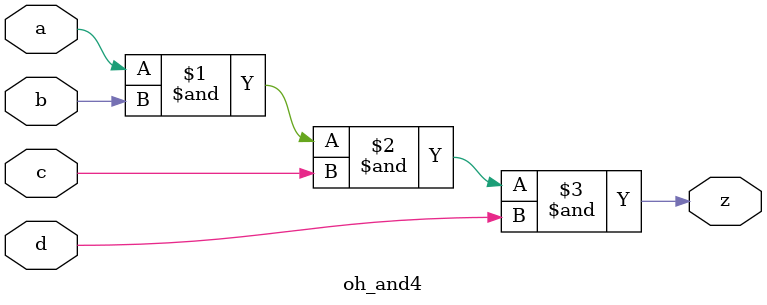
<source format=v>
module oh_and4(	// file.cleaned.mlir:2:3
  input  a,	// file.cleaned.mlir:2:25
         b,	// file.cleaned.mlir:2:37
         c,	// file.cleaned.mlir:2:49
         d,	// file.cleaned.mlir:2:61
  output z	// file.cleaned.mlir:2:74
);

  assign z = a & b & c & d;	// file.cleaned.mlir:3:10, :4:5
endmodule


</source>
